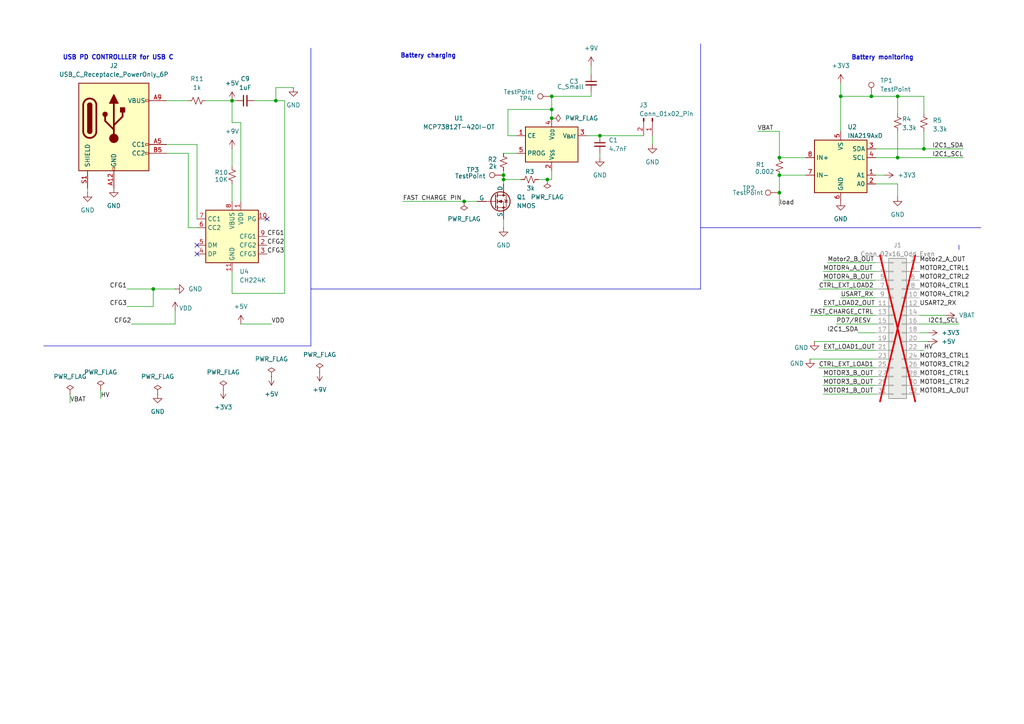
<source format=kicad_sch>
(kicad_sch (version 20250114) (generator "eeschema") (generator_version "9.0")
  (paper "A4")
  (lib_symbols
    (symbol "Battery_Management:MCP73812T-420I-OT"
      (property "Reference" "U" (at -6.35 6.35 0))
      (property "Value" "MCP73812T-420I-OT" (at 1.27 6.35 0))
      (symbol "MCP73812T-420I-OT_0_1"
        (rectangle (start -7.62 5.08) (end 7.62 -5.08) (stroke (width 0.254)) (fill (type background)))
      )
      (symbol "MCP73812T-420I-OT_1_1"
        (pin input line (at -10.16 2.54 0) (length 2.54) (name "CE") (number "1"))
        (pin input line (at -10.16 -2.54 0) (length 2.54) (name "PROG") (number "5"))
        (pin power_in line (at 0 7.62 270) (length 2.54) (name "V_{DD}") (number "4"))
        (pin power_in line (at 0 -7.62 90) (length 2.54) (name "V_{SS}") (number "2"))
        (pin power_out line (at 10.16 2.54 180) (length 2.54) (name "V_{BAT}") (number "3"))
      )
    )
    (symbol "Connector:Conn_01x02_Pin" (pin_names (offset 1.016) (hide yes))
      (property "Reference" "J" (at 0 2.54 0))
      (property "Value" "Conn_01x02_Pin" (at 0 -5.08 0))
      (symbol "Conn_01x02_Pin_1_1"
        (rectangle (start 0.8636 0.127) (end 0 -0.127) (stroke (width 0.1524)) (fill (type outline)))
        (rectangle (start 0.8636 -2.413) (end 0 -2.667) (stroke (width 0.1524)) (fill (type outline)))
        (polyline (pts (xy 1.27 0) (xy 0.8636 0)) (stroke (width 0.1524)))
        (polyline (pts (xy 1.27 -2.54) (xy 0.8636 -2.54)) (stroke (width 0.1524)))
        (pin passive line (at 5.08 0 180) (length 3.81) (name "Pin_1") (number "1"))
        (pin passive line (at 5.08 -2.54 180) (length 3.81) (name "Pin_2") (number "2"))
      )
    )
    (symbol "Connector:TestPoint" (pin_numbers (hide yes)) (pin_names (offset 0.762) (hide yes))
      (property "Reference" "TP" (at 0 6.858 0))
      (property "Value" "TestPoint" (at 0 5.08 0))
      (symbol "TestPoint_0_1"
        (circle (center 0 3.302) (radius 0.762))
      )
      (symbol "TestPoint_1_1"
        (pin passive line (at 0 0 90) (length 2.54) (name "1") (number "1"))
      )
    )
    (symbol "Connector:USB_C_Receptacle_PowerOnly_6P" (pin_names (offset 1.016))
      (property "Reference" "J" (at 0 16.51 0))
      (property "Value" "USB_C_Receptacle_PowerOnly_6P" (at 0 13.97 0))
      (symbol "USB_C_Receptacle_PowerOnly_6P_0_0"
        (rectangle (start -0.254 -12.7) (end 0.254 -11.684))
        (rectangle (start 10.16 7.874) (end 9.144 7.366))
        (rectangle (start 10.16 -4.826) (end 9.144 -5.334))
        (rectangle (start 10.16 -7.366) (end 9.144 -7.874))
      )
      (symbol "USB_C_Receptacle_PowerOnly_6P_0_1"
        (rectangle (start -10.16 12.7) (end 10.16 -12.7) (stroke (width 0.254)) (fill (type background)))
        (polyline (pts (xy -8.89 -1.27) (xy -8.89 6.35)) (stroke (width 0.508)))
        (rectangle (start -7.62 -1.27) (end -6.35 6.35) (stroke (width 0.254)) (fill (type outline)))
        (arc (start -7.62 6.35) (mid -6.985 6.9823) (end -6.35 6.35) (stroke (width 0.254)))
        (arc (start -7.62 6.35) (mid -6.985 6.9823) (end -6.35 6.35) (stroke (width 0.254)) (fill (type outline)))
        (arc (start -8.89 6.35) (mid -6.985 8.2467) (end -5.08 6.35) (stroke (width 0.508)))
        (arc (start -5.08 -1.27) (mid -6.985 -3.1667) (end -8.89 -1.27) (stroke (width 0.508)))
        (arc (start -6.35 -1.27) (mid -6.985 -1.9023) (end -7.62 -1.27) (stroke (width 0.254)))
        (arc (start -6.35 -1.27) (mid -6.985 -1.9023) (end -7.62 -1.27) (stroke (width 0.254)) (fill (type outline)))
        (polyline (pts (xy -5.08 6.35) (xy -5.08 -1.27)) (stroke (width 0.508)))
        (circle (center -2.54 3.683) (radius 0.635) (stroke (width 0.254)) (fill (type outline)))
        (polyline (pts (xy -1.27 6.858) (xy 0 9.398) (xy 1.27 6.858) (xy -1.27 6.858)) (stroke (width 0.254)) (fill (type outline)))
        (polyline (pts (xy 0 0.508) (xy 2.54 3.048) (xy 2.54 4.318)) (stroke (width 0.508)))
        (polyline (pts (xy 0 -0.762) (xy -2.54 1.778) (xy -2.54 3.048)) (stroke (width 0.508)))
        (polyline (pts (xy 0 -3.302) (xy 0 6.858)) (stroke (width 0.508)))
        (circle (center 0 -3.302) (radius 1.27) (fill (type outline)))
        (rectangle (start 1.905 4.318) (end 3.175 5.588) (stroke (width 0.254)) (fill (type outline)))
      )
      (symbol "USB_C_Receptacle_PowerOnly_6P_1_1"
        (pin passive line (at -7.62 -17.78 90) (length 5.08) (name "SHIELD") (number "S1"))
        (pin passive line (at 0 -17.78 90) (length 5.08) (name "GND") (number "A12"))
        (pin passive line (at 0 -17.78 90) (length 5.08) (hide yes) (name "GND") (number "B12"))
        (pin passive line (at 15.24 7.62 180) (length 5.08) (name "VBUS") (number "A9"))
        (pin passive line (at 15.24 7.62 180) (length 5.08) (hide yes) (name "VBUS") (number "B9"))
        (pin bidirectional line (at 15.24 -5.08 180) (length 5.08) (name "CC1") (number "A5"))
        (pin bidirectional line (at 15.24 -7.62 180) (length 5.08) (name "CC2") (number "B5"))
      )
    )
    (symbol "Connector_Generic:Conn_02x16_Odd_Even" (pin_names (offset 1.016) (hide yes))
      (property "Reference" "J" (at 1.27 20.32 0))
      (property "Value" "Conn_02x16_Odd_Even" (at 1.27 -22.86 0))
      (symbol "Conn_02x16_Odd_Even_1_1"
        (rectangle (start -1.27 19.05) (end 3.81 -21.59) (stroke (width 0.254)) (fill (type background)))
        (rectangle (start -1.27 17.907) (end 0 17.653) (stroke (width 0.1524)))
        (rectangle (start -1.27 15.367) (end 0 15.113) (stroke (width 0.1524)))
        (rectangle (start -1.27 12.827) (end 0 12.573) (stroke (width 0.1524)))
        (rectangle (start -1.27 10.287) (end 0 10.033) (stroke (width 0.1524)))
        (rectangle (start -1.27 7.747) (end 0 7.493) (stroke (width 0.1524)))
        (rectangle (start -1.27 5.207) (end 0 4.953) (stroke (width 0.1524)))
        (rectangle (start -1.27 2.667) (end 0 2.413) (stroke (width 0.1524)))
        (rectangle (start -1.27 0.127) (end 0 -0.127) (stroke (width 0.1524)))
        (rectangle (start -1.27 -2.413) (end 0 -2.667) (stroke (width 0.1524)))
        (rectangle (start -1.27 -4.953) (end 0 -5.207) (stroke (width 0.1524)))
        (rectangle (start -1.27 -7.493) (end 0 -7.747) (stroke (width 0.1524)))
        (rectangle (start -1.27 -10.033) (end 0 -10.287) (stroke (width 0.1524)))
        (rectangle (start -1.27 -12.573) (end 0 -12.827) (stroke (width 0.1524)))
        (rectangle (start -1.27 -15.113) (end 0 -15.367) (stroke (width 0.1524)))
        (rectangle (start -1.27 -17.653) (end 0 -17.907) (stroke (width 0.1524)))
        (rectangle (start -1.27 -20.193) (end 0 -20.447) (stroke (width 0.1524)))
        (rectangle (start 3.81 17.907) (end 2.54 17.653) (stroke (width 0.1524)))
        (rectangle (start 3.81 15.367) (end 2.54 15.113) (stroke (width 0.1524)))
        (rectangle (start 3.81 12.827) (end 2.54 12.573) (stroke (width 0.1524)))
        (rectangle (start 3.81 10.287) (end 2.54 10.033) (stroke (width 0.1524)))
        (rectangle (start 3.81 7.747) (end 2.54 7.493) (stroke (width 0.1524)))
        (rectangle (start 3.81 5.207) (end 2.54 4.953) (stroke (width 0.1524)))
        (rectangle (start 3.81 2.667) (end 2.54 2.413) (stroke (width 0.1524)))
        (rectangle (start 3.81 0.127) (end 2.54 -0.127) (stroke (width 0.1524)))
        (rectangle (start 3.81 -2.413) (end 2.54 -2.667) (stroke (width 0.1524)))
        (rectangle (start 3.81 -4.953) (end 2.54 -5.207) (stroke (width 0.1524)))
        (rectangle (start 3.81 -7.493) (end 2.54 -7.747) (stroke (width 0.1524)))
        (rectangle (start 3.81 -10.033) (end 2.54 -10.287) (stroke (width 0.1524)))
        (rectangle (start 3.81 -12.573) (end 2.54 -12.827) (stroke (width 0.1524)))
        (rectangle (start 3.81 -15.113) (end 2.54 -15.367) (stroke (width 0.1524)))
        (rectangle (start 3.81 -17.653) (end 2.54 -17.907) (stroke (width 0.1524)))
        (rectangle (start 3.81 -20.193) (end 2.54 -20.447) (stroke (width 0.1524)))
        (pin passive line (at -5.08 17.78 0) (length 3.81) (name "Pin_1") (number "1"))
        (pin passive line (at -5.08 15.24 0) (length 3.81) (name "Pin_3") (number "3"))
        (pin passive line (at -5.08 12.7 0) (length 3.81) (name "Pin_5") (number "5"))
        (pin passive line (at -5.08 10.16 0) (length 3.81) (name "Pin_7") (number "7"))
        (pin passive line (at -5.08 7.62 0) (length 3.81) (name "Pin_9") (number "9"))
        (pin passive line (at -5.08 5.08 0) (length 3.81) (name "Pin_11") (number "11"))
        (pin passive line (at -5.08 2.54 0) (length 3.81) (name "Pin_13") (number "13"))
        (pin passive line (at -5.08 0 0) (length 3.81) (name "Pin_15") (number "15"))
        (pin passive line (at -5.08 -2.54 0) (length 3.81) (name "Pin_17") (number "17"))
        (pin passive line (at -5.08 -5.08 0) (length 3.81) (name "Pin_19") (number "19"))
        (pin passive line (at -5.08 -7.62 0) (length 3.81) (name "Pin_21") (number "21"))
        (pin passive line (at -5.08 -10.16 0) (length 3.81) (name "Pin_23") (number "23"))
        (pin passive line (at -5.08 -12.7 0) (length 3.81) (name "Pin_25") (number "25"))
        (pin passive line (at -5.08 -15.24 0) (length 3.81) (name "Pin_27") (number "27"))
        (pin passive line (at -5.08 -17.78 0) (length 3.81) (name "Pin_29") (number "29"))
        (pin passive line (at -5.08 -20.32 0) (length 3.81) (name "Pin_31") (number "31"))
        (pin passive line (at 7.62 17.78 180) (length 3.81) (name "Pin_2") (number "2"))
        (pin passive line (at 7.62 15.24 180) (length 3.81) (name "Pin_4") (number "4"))
        (pin passive line (at 7.62 12.7 180) (length 3.81) (name "Pin_6") (number "6"))
        (pin passive line (at 7.62 10.16 180) (length 3.81) (name "Pin_8") (number "8"))
        (pin passive line (at 7.62 7.62 180) (length 3.81) (name "Pin_10") (number "10"))
        (pin passive line (at 7.62 5.08 180) (length 3.81) (name "Pin_12") (number "12"))
        (pin passive line (at 7.62 2.54 180) (length 3.81) (name "Pin_14") (number "14"))
        (pin passive line (at 7.62 0 180) (length 3.81) (name "Pin_16") (number "16"))
        (pin passive line (at 7.62 -2.54 180) (length 3.81) (name "Pin_18") (number "18"))
        (pin passive line (at 7.62 -5.08 180) (length 3.81) (name "Pin_20") (number "20"))
        (pin passive line (at 7.62 -7.62 180) (length 3.81) (name "Pin_22") (number "22"))
        (pin passive line (at 7.62 -10.16 180) (length 3.81) (name "Pin_24") (number "24"))
        (pin passive line (at 7.62 -12.7 180) (length 3.81) (name "Pin_26") (number "26"))
        (pin passive line (at 7.62 -15.24 180) (length 3.81) (name "Pin_28") (number "28"))
        (pin passive line (at 7.62 -17.78 180) (length 3.81) (name "Pin_30") (number "30"))
        (pin passive line (at 7.62 -20.32 180) (length 3.81) (name "Pin_32") (number "32"))
      )
    )
    (symbol "Device:C_Small" (pin_numbers (hide yes)) (pin_names (offset 0.254) (hide yes))
      (property "Reference" "C" (at 0.254 1.778 0))
      (property "Value" "C_Small" (at 0.254 -2.032 0))
      (symbol "C_Small_0_1"
        (polyline (pts (xy -1.524 0.508) (xy 1.524 0.508)) (stroke (width 0.3048)))
        (polyline (pts (xy -1.524 -0.508) (xy 1.524 -0.508)) (stroke (width 0.3302)))
      )
      (symbol "C_Small_1_1"
        (pin passive line (at 0 2.54 270) (length 2.032) (name "~") (number "1"))
        (pin passive line (at 0 -2.54 90) (length 2.032) (name "~") (number "2"))
      )
    )
    (symbol "Device:R_Small_US" (pin_numbers (hide yes)) (pin_names (offset 0.254) (hide yes))
      (property "Reference" "R" (at 0.762 0.508 0))
      (property "Value" "R_Small_US" (at 0.762 -1.016 0))
      (symbol "R_Small_US_1_1"
        (polyline (pts (xy 0 1.524) (xy 1.016 1.143) (xy 0 0.762) (xy -1.016 0.381) (xy 0 0)))
        (polyline (pts (xy 0 0) (xy 1.016 -0.381) (xy 0 -0.762) (xy -1.016 -1.143) (xy 0 -1.524)))
        (pin passive line (at 0 2.54 270) (length 1.016) (name "~") (number "1"))
        (pin passive line (at 0 -2.54 90) (length 1.016) (name "~") (number "2"))
      )
    )
    (symbol "GND_1" (power) (pin_numbers (hide yes)) (pin_names (offset 0) (hide yes))
      (property "Value" "GND" (at 0 -3.81 0))
      (symbol "GND_1_0_1"
        (polyline (pts (xy 0 0) (xy 0 -1.27) (xy 1.27 -1.27) (xy 0 -2.54) (xy -1.27 -1.27) (xy 0 -1.27)))
      )
      (symbol "GND_1_1_1"
        (pin power_in line (at 0 0 270) (length 0) (name "~") (number "1"))
      )
    )
    (symbol "GND_17" (power) (pin_numbers (hide yes)) (pin_names (offset 0) (hide yes))
      (property "Value" "GND" (at 0 -3.81 0))
      (symbol "GND_17_0_1"
        (polyline (pts (xy 0 0) (xy 0 -1.27) (xy 1.27 -1.27) (xy 0 -2.54) (xy -1.27 -1.27) (xy 0 -1.27)))
      )
      (symbol "GND_17_1_1"
        (pin power_in line (at 0 0 270) (length 0) (name "~") (number "1"))
      )
    )
    (symbol "GND_18" (power) (pin_numbers (hide yes)) (pin_names (offset 0) (hide yes))
      (property "Value" "GND" (at 0 -3.81 0))
      (symbol "GND_18_0_1"
        (polyline (pts (xy 0 0) (xy 0 -1.27) (xy 1.27 -1.27) (xy 0 -2.54) (xy -1.27 -1.27) (xy 0 -1.27)))
      )
      (symbol "GND_18_1_1"
        (pin power_in line (at 0 0 270) (length 0) (name "~") (number "1"))
      )
    )
    (symbol "GND_4" (power) (pin_numbers (hide yes)) (pin_names (offset 0) (hide yes))
      (property "Value" "GND" (at 0 -3.81 0))
      (symbol "GND_4_0_1"
        (polyline (pts (xy 0 0) (xy 0 -1.27) (xy 1.27 -1.27) (xy 0 -2.54) (xy -1.27 -1.27) (xy 0 -1.27)))
      )
      (symbol "GND_4_1_1"
        (pin power_in line (at 0 0 270) (length 0) (name "~") (number "1"))
      )
    )
    (symbol "GND_5" (power) (pin_numbers (hide yes)) (pin_names (offset 0) (hide yes))
      (property "Value" "GND" (at 0 -3.81 0))
      (symbol "GND_5_0_1"
        (polyline (pts (xy 0 0) (xy 0 -1.27) (xy 1.27 -1.27) (xy 0 -2.54) (xy -1.27 -1.27) (xy 0 -1.27)))
      )
      (symbol "GND_5_1_1"
        (pin power_in line (at 0 0 270) (length 0) (name "~") (number "1"))
      )
    )
    (symbol "GND_6" (power) (pin_numbers (hide yes)) (pin_names (offset 0) (hide yes))
      (property "Value" "GND" (at 0 -3.81 0))
      (symbol "GND_6_0_1"
        (polyline (pts (xy 0 0) (xy 0 -1.27) (xy 1.27 -1.27) (xy 0 -2.54) (xy -1.27 -1.27) (xy 0 -1.27)))
      )
      (symbol "GND_6_1_1"
        (pin power_in line (at 0 0 270) (length 0) (name "~") (number "1"))
      )
    )
    (symbol "Interface_USB:CH224K"
      (property "Reference" "U" (at -7.874 -8.89 0))
      (property "Value" "CH224K" (at 3.048 -8.89 0))
      (symbol "CH224K_1_1"
        (rectangle (start -7.62 7.62) (end 7.62 -7.62) (stroke (width 0.254)) (fill (type background)))
        (pin bidirectional line (at -10.16 5.08 0) (length 2.54) (name "CC1") (number "7"))
        (pin bidirectional line (at -10.16 2.54 0) (length 2.54) (name "CC2") (number "6"))
        (pin bidirectional line (at -10.16 -2.54 0) (length 2.54) (name "DM") (number "5"))
        (pin bidirectional line (at -10.16 -5.08 0) (length 2.54) (name "DP") (number "4"))
        (pin passive line (at 0 10.16 270) (length 2.54) (name "VBUS") (number "8"))
        (pin power_in line (at 0 -10.16 90) (length 2.54) (name "GND") (number "11"))
        (pin power_in line (at 2.54 10.16 270) (length 2.54) (name "VDD") (number "1"))
        (pin open_collector line (at 10.16 5.08 180) (length 2.54) (name "PG") (number "10"))
        (pin passive line (at 10.16 0 180) (length 2.54) (name "CFG1") (number "9"))
        (pin passive line (at 10.16 -2.54 180) (length 2.54) (name "CFG2") (number "2"))
        (pin passive line (at 10.16 -5.08 180) (length 2.54) (name "CFG3") (number "3"))
      )
    )
    (symbol "Sensor_Energy:INA219AxD"
      (property "Reference" "U" (at -6.35 8.89 0))
      (property "Value" "INA219AxD" (at 5.08 8.89 0))
      (symbol "INA219AxD_0_1"
        (rectangle (start -7.62 7.62) (end 7.62 -7.62) (stroke (width 0.254)) (fill (type background)))
      )
      (symbol "INA219AxD_1_1"
        (pin input line (at -10.16 2.54 0) (length 2.54) (name "IN+") (number "8"))
        (pin input line (at -10.16 -2.54 0) (length 2.54) (name "IN-") (number "7"))
        (pin power_in line (at 0 10.16 270) (length 2.54) (name "VS") (number "5"))
        (pin power_in line (at 0 -10.16 90) (length 2.54) (name "GND") (number "6"))
        (pin bidirectional line (at 10.16 5.08 180) (length 2.54) (name "SDA") (number "3"))
        (pin input line (at 10.16 2.54 180) (length 2.54) (name "SCL") (number "4"))
        (pin input line (at 10.16 -2.54 180) (length 2.54) (name "A1") (number "1"))
        (pin input line (at 10.16 -5.08 180) (length 2.54) (name "A0") (number "2"))
      )
    )
    (symbol "Simulation_SPICE:NMOS" (pin_numbers (hide yes)) (pin_names (offset 0))
      (property "Reference" "Q" (at 5.08 1.27 0))
      (property "Value" "NMOS" (at 5.08 -1.27 0))
      (symbol "NMOS_0_1"
        (polyline (pts (xy 0.254 1.905) (xy 0.254 -1.905)) (stroke (width 0.254)))
        (polyline (pts (xy 0.254 0) (xy -2.54 0)))
        (polyline (pts (xy 0.762 2.286) (xy 0.762 1.27)) (stroke (width 0.254)))
        (polyline (pts (xy 0.762 0.508) (xy 0.762 -0.508)) (stroke (width 0.254)))
        (polyline (pts (xy 0.762 -1.27) (xy 0.762 -2.286)) (stroke (width 0.254)))
        (polyline (pts (xy 0.762 -1.778) (xy 3.302 -1.778) (xy 3.302 1.778) (xy 0.762 1.778)))
        (polyline (pts (xy 1.016 0) (xy 2.032 0.381) (xy 2.032 -0.381) (xy 1.016 0)) (fill (type outline)))
        (circle (center 1.651 0) (radius 2.794) (stroke (width 0.254)))
        (polyline (pts (xy 2.54 2.54) (xy 2.54 1.778)))
        (circle (center 2.54 1.778) (radius 0.254) (fill (type outline)))
        (circle (center 2.54 -1.778) (radius 0.254) (fill (type outline)))
        (polyline (pts (xy 2.54 -2.54) (xy 2.54 0) (xy 0.762 0)))
        (polyline (pts (xy 2.794 0.508) (xy 2.921 0.381) (xy 3.683 0.381) (xy 3.81 0.254)))
        (polyline (pts (xy 3.302 0.381) (xy 2.921 -0.254) (xy 3.683 -0.254) (xy 3.302 0.381)))
      )
      (symbol "NMOS_1_1"
        (pin input line (at -5.08 0 0) (length 2.54) (name "G") (number "2"))
        (pin passive line (at 2.54 5.08 270) (length 2.54) (name "D") (number "1"))
        (pin passive line (at 2.54 -5.08 90) (length 2.54) (name "S") (number "3"))
      )
    )
    (symbol "power:+3V3" (power) (pin_numbers (hide yes)) (pin_names (offset 0) (hide yes))
      (property "Value" "+3V3" (at 0 3.556 0))
      (symbol "+3V3_0_1"
        (polyline (pts (xy -0.762 1.27) (xy 0 2.54)))
        (polyline (pts (xy 0 2.54) (xy 0.762 1.27)))
        (polyline (pts (xy 0 0) (xy 0 2.54)))
      )
      (symbol "+3V3_1_1"
        (pin power_in line (at 0 0 90) (length 0) (name "~") (number "1"))
      )
    )
    (symbol "power:+5V" (power) (pin_numbers (hide yes)) (pin_names (offset 0) (hide yes))
      (property "Value" "+5V" (at 0 3.556 0))
      (symbol "+5V_0_1"
        (polyline (pts (xy -0.762 1.27) (xy 0 2.54)))
        (polyline (pts (xy 0 2.54) (xy 0.762 1.27)))
        (polyline (pts (xy 0 0) (xy 0 2.54)))
      )
      (symbol "+5V_1_1"
        (pin power_in line (at 0 0 90) (length 0) (name "~") (number "1"))
      )
    )
    (symbol "power:+9V" (power) (pin_numbers (hide yes)) (pin_names (offset 0) (hide yes))
      (property "Value" "+9V" (at 0 3.556 0))
      (symbol "+9V_0_1"
        (polyline (pts (xy -0.762 1.27) (xy 0 2.54)))
        (polyline (pts (xy 0 2.54) (xy 0.762 1.27)))
        (polyline (pts (xy 0 0) (xy 0 2.54)))
      )
      (symbol "+9V_1_1"
        (pin power_in line (at 0 0 90) (length 0) (name "~") (number "1"))
      )
    )
    (symbol "power:+BATT" (power) (pin_numbers (hide yes)) (pin_names (offset 0) (hide yes))
      (property "Value" "+BATT" (at 0 3.556 0))
      (symbol "+BATT_0_1"
        (polyline (pts (xy -0.762 1.27) (xy 0 2.54)))
        (polyline (pts (xy 0 2.54) (xy 0.762 1.27)))
        (polyline (pts (xy 0 0) (xy 0 2.54)))
      )
      (symbol "+BATT_1_1"
        (pin power_in line (at 0 0 90) (length 0) (name "~") (number "1"))
      )
    )
    (symbol "power:GND" (power) (pin_numbers (hide yes)) (pin_names (offset 0) (hide yes))
      (property "Value" "GND" (at 0 -3.81 0))
      (symbol "GND_0_1"
        (polyline (pts (xy 0 0) (xy 0 -1.27) (xy 1.27 -1.27) (xy 0 -2.54) (xy -1.27 -1.27) (xy 0 -1.27)))
      )
      (symbol "GND_1_1"
        (pin power_in line (at 0 0 270) (length 0) (name "~") (number "1"))
      )
    )
    (symbol "power:PWR_FLAG" (power) (pin_numbers (hide yes)) (pin_names (offset 0) (hide yes))
      (property "Value" "PWR_FLAG" (at 0 3.81 0))
      (symbol "PWR_FLAG_0_0"
        (pin power_out line (at 0 0 90) (length 0) (name "~") (number "1"))
      )
      (symbol "PWR_FLAG_0_1"
        (polyline (pts (xy 0 0) (xy 0 1.27) (xy -1.016 1.905) (xy 0 2.54) (xy 1.016 1.905) (xy 0 1.27)))
      )
    )
    (symbol "power:VDD" (power) (pin_numbers (hide yes)) (pin_names (offset 0) (hide yes))
      (property "Value" "VDD" (at 0 3.556 0))
      (symbol "VDD_0_1"
        (polyline (pts (xy -0.762 1.27) (xy 0 2.54)))
        (polyline (pts (xy 0 2.54) (xy 0.762 1.27)))
        (polyline (pts (xy 0 0) (xy 0 2.54)))
      )
      (symbol "VDD_1_1"
        (pin power_in line (at 0 0 90) (length 0) (name "~") (number "1"))
      )
    )
  )
  (text "USB PD CONTROLLLER for USB C" (at 34.29 16.764 0) (effects (font (size 1.27 1.27) (thickness 0.254) (bold yes))))
  (text "Battery charging" (at 124.206 16.256 0) (effects (font (size 1.27 1.27) (thickness 0.254) (bold yes))))
  (text "Battery monitoring" (at 246.888 17.526 0) (effects (font (size 1.27 1.27) (thickness 0.254) (bold yes)) (justify left bottom)))
  (junction (at 260.35 45.72))
  (junction (at 158.75 52.07))
  (junction (at 134.62 58.42))
  (junction (at 160.02 31.75))
  (junction (at 80.01 29.21))
  (junction (at 226.06 45.72))
  (junction (at 160.02 34.29))
  (junction (at 243.84 27.94))
  (junction (at 267.97 43.18))
  (junction (at 146.05 50.8))
  (junction (at 67.31 29.21))
  (junction (at 226.06 55.88))
  (junction (at 160.02 27.94))
  (junction (at 146.05 52.07))
  (junction (at 173.99 39.37))
  (junction (at 44.45 83.82))
  (junction (at 252.73 27.94))
  (junction (at 260.35 27.94))
  (junction (at 226.06 50.8))
  (no_connect (at 77.47 63.5))
  (no_connect (at 57.15 73.66))
  (no_connect (at 57.15 71.12))
  (wire (pts (xy 238.76 78.74) (xy 254 78.74)))
  (wire (pts (xy 242.57 93.98) (xy 254 93.98)))
  (wire (pts (xy 237.49 83.82) (xy 254 83.82)))
  (polyline (pts (xy 203.2 83.82) (xy 203.2 66.04)))
  (wire (pts (xy 266.7 93.98) (xy 278.13 93.98)))
  (wire (pts (xy 243.84 27.94) (xy 252.73 27.94)))
  (wire (pts (xy 147.32 31.75) (xy 147.32 39.37)))
  (wire (pts (xy 116.84 58.42) (xy 134.62 58.42)))
  (wire (pts (xy 173.99 44.45) (xy 173.99 45.72)))
  (wire (pts (xy 54.61 44.45) (xy 54.61 66.04)))
  (wire (pts (xy 240.03 76.2) (xy 254 76.2)))
  (wire (pts (xy 67.31 53.34) (xy 67.31 58.42)))
  (wire (pts (xy 146.05 52.07) (xy 151.13 52.07)))
  (wire (pts (xy 160.02 27.94) (xy 171.45 27.94)))
  (wire (pts (xy 69.85 35.56) (xy 69.85 58.42)))
  (wire (pts (xy 260.35 45.72) (xy 279.4 45.72)))
  (wire (pts (xy 266.7 101.6) (xy 267.97 101.6)))
  (wire (pts (xy 67.31 29.21) (xy 68.58 29.21)))
  (wire (pts (xy 25.4 54.61) (xy 25.4 55.88)))
  (wire (pts (xy 44.45 83.82) (xy 50.8 83.82)))
  (wire (pts (xy 254 53.34) (xy 260.35 53.34)))
  (wire (pts (xy 219.71 38.1) (xy 226.06 38.1)))
  (wire (pts (xy 44.45 83.82) (xy 44.45 88.9)))
  (wire (pts (xy 234.95 91.44) (xy 254 91.44)))
  (wire (pts (xy 69.85 93.98) (xy 78.74 93.98)))
  (wire (pts (xy 160.02 31.75) (xy 160.02 34.29)))
  (wire (pts (xy 48.26 44.45) (xy 54.61 44.45)))
  (wire (pts (xy 243.84 24.13) (xy 243.84 27.94)))
  (polyline (pts (xy 203.2 12.7) (xy 203.2 66.04)))
  (wire (pts (xy 260.35 53.34) (xy 260.35 57.15)))
  (wire (pts (xy 267.97 27.94) (xy 267.97 33.02)))
  (wire (pts (xy 238.76 111.76) (xy 254 111.76)))
  (wire (pts (xy 146.05 63.5) (xy 146.05 66.04)))
  (wire (pts (xy 146.05 52.07) (xy 146.05 53.34)))
  (wire (pts (xy 234.95 104.14) (xy 254 104.14)))
  (wire (pts (xy 226.06 45.72) (xy 233.68 45.72)))
  (wire (pts (xy 238.76 109.22) (xy 254 109.22)))
  (wire (pts (xy 237.49 106.68) (xy 254 106.68)))
  (polyline (pts (xy 90.17 13.97) (xy 90.17 100.33)))
  (wire (pts (xy 254 50.8) (xy 256.54 50.8)))
  (wire (pts (xy 248.92 96.52) (xy 254 96.52)))
  (wire (pts (xy 67.31 85.09) (xy 67.31 78.74)))
  (polyline (pts (xy 278.13 71.12) (xy 278.13 72.39)))
  (wire (pts (xy 29.21 113.03) (xy 29.21 115.57)))
  (wire (pts (xy 48.26 29.21) (xy 54.61 29.21)))
  (wire (pts (xy 36.83 88.9) (xy 44.45 88.9)))
  (wire (pts (xy 189.23 41.91) (xy 189.23 39.37)))
  (wire (pts (xy 226.06 55.88) (xy 226.06 59.69)))
  (wire (pts (xy 267.97 43.18) (xy 279.4 43.18)))
  (wire (pts (xy 38.1 93.98) (xy 50.8 93.98)))
  (wire (pts (xy 67.31 29.21) (xy 67.31 35.56)))
  (wire (pts (xy 266.7 91.44) (xy 274.32 91.44)))
  (wire (pts (xy 160.02 31.75) (xy 147.32 31.75)))
  (wire (pts (xy 267.97 38.1) (xy 267.97 43.18)))
  (wire (pts (xy 158.75 52.07) (xy 160.02 52.07)))
  (wire (pts (xy 156.21 52.07) (xy 158.75 52.07)))
  (wire (pts (xy 254 43.18) (xy 267.97 43.18)))
  (wire (pts (xy 48.26 41.91) (xy 57.15 41.91)))
  (wire (pts (xy 80.01 25.4) (xy 80.01 29.21)))
  (wire (pts (xy 67.31 43.18) (xy 67.31 48.26)))
  (wire (pts (xy 160.02 27.94) (xy 160.02 31.75)))
  (wire (pts (xy 173.99 39.37) (xy 186.69 39.37)))
  (wire (pts (xy 67.31 35.56) (xy 69.85 35.56)))
  (wire (pts (xy 266.7 99.06) (xy 269.24 99.06)))
  (wire (pts (xy 160.02 49.53) (xy 160.02 52.07)))
  (wire (pts (xy 54.61 66.04) (xy 57.15 66.04)))
  (wire (pts (xy 73.66 29.21) (xy 80.01 29.21)))
  (wire (pts (xy 59.69 29.21) (xy 67.31 29.21)))
  (wire (pts (xy 82.55 85.09) (xy 67.31 85.09)))
  (wire (pts (xy 20.32 116.84) (xy 20.32 114.3)))
  (wire (pts (xy 260.35 38.1) (xy 260.35 45.72)))
  (wire (pts (xy 266.7 96.52) (xy 269.24 96.52)))
  (wire (pts (xy 238.76 101.6) (xy 254 101.6)))
  (wire (pts (xy 50.8 90.17) (xy 50.8 93.98)))
  (wire (pts (xy 226.06 50.8) (xy 226.06 55.88)))
  (wire (pts (xy 36.83 83.82) (xy 44.45 83.82)))
  (wire (pts (xy 146.05 44.45) (xy 149.86 44.45)))
  (wire (pts (xy 238.76 81.28) (xy 254 81.28)))
  (wire (pts (xy 170.18 39.37) (xy 173.99 39.37)))
  (wire (pts (xy 254 45.72) (xy 260.35 45.72)))
  (wire (pts (xy 243.84 86.36) (xy 254 86.36)))
  (polyline (pts (xy 12.7 100.33) (xy 90.17 100.33)))
  (wire (pts (xy 243.84 27.94) (xy 243.84 38.1)))
  (polyline (pts (xy 203.2 66.04) (xy 284.48 66.04)))
  (wire (pts (xy 252.73 27.94) (xy 260.35 27.94)))
  (wire (pts (xy 238.76 114.3) (xy 254 114.3)))
  (wire (pts (xy 57.15 41.91) (xy 57.15 63.5)))
  (wire (pts (xy 236.22 99.06) (xy 254 99.06)))
  (polyline (pts (xy 90.17 83.82) (xy 203.2 83.82)))
  (wire (pts (xy 146.05 49.53) (xy 146.05 50.8)))
  (wire (pts (xy 82.55 29.21) (xy 82.55 85.09)))
  (wire (pts (xy 147.32 39.37) (xy 149.86 39.37)))
  (wire (pts (xy 238.76 88.9) (xy 254 88.9)))
  (wire (pts (xy 80.01 25.4) (xy 85.09 25.4)))
  (wire (pts (xy 171.45 26.67) (xy 171.45 27.94)))
  (wire (pts (xy 226.06 38.1) (xy 226.06 45.72)))
  (wire (pts (xy 146.05 50.8) (xy 146.05 52.07)))
  (wire (pts (xy 260.35 27.94) (xy 267.97 27.94)))
  (wire (pts (xy 260.35 27.94) (xy 260.35 33.02)))
  (wire (pts (xy 134.62 58.42) (xy 138.43 58.42)))
  (wire (pts (xy 80.01 29.21) (xy 82.55 29.21)))
  (wire (pts (xy 171.45 19.05) (xy 171.45 21.59)))
  (wire (pts (xy 226.06 50.8) (xy 233.68 50.8)))
  (label "I2C1_SCL" (at 278.13 93.98 180))
  (label "FAST CHARGE PIN" (at 116.84 58.42 0))
  (label "CFG1" (at 77.47 68.58 0))
  (label "MOTOR3_CTRL2" (at 266.7 106.68 0))
  (label "MOTOR1_CTRL1" (at 266.7 109.22 0))
  (label "CFG3" (at 77.47 73.66 0))
  (label "HV" (at 267.97 101.6 0))
  (label "CFG2" (at 77.47 71.12 0))
  (label "MOTOR4_CTRL1" (at 266.7 83.82 0))
  (label "Motor2_A_OUT" (at 266.7 76.2 0))
  (label "I2C1_SDA" (at 279.4 43.18 180))
  (label "MOTOR3_CTRL1" (at 266.7 104.14 0))
  (label "EXT_LOAD2_OUT" (at 238.76 88.9 0))
  (label "Motor2_B_OUT" (at 240.03 76.2 0))
  (label "MOTOR4_A_OUT" (at 238.76 78.74 0))
  (label "CTRL_EXT_LOAD1" (at 237.49 106.68 0))
  (label "CFG1" (at 36.83 83.82 180))
  (label "EXT_LOAD1_OUT" (at 238.76 101.6 0))
  (label "VBAT" (at 20.32 116.84 0))
  (label "MOTOR3_B_OUT" (at 238.76 111.76 0))
  (label "VDD" (at 78.74 93.98 0))
  (label "MOTOR3_B_OUT" (at 238.76 109.22 0))
  (label "USART2_RX" (at 266.7 88.9 0))
  (label "MOTOR4_CTRL2" (at 266.7 86.36 0))
  (label "MOTOR4_B_OUT" (at 238.76 81.28 0))
  (label "load" (at 226.06 59.69 0))
  (label "I2C1_SDA" (at 248.92 96.52 180))
  (label "CFG3" (at 36.83 88.9 180))
  (label "USART_RX" (at 243.84 86.36 0))
  (label "CTRL_EXT_LOAD2" (at 237.49 83.82 0))
  (label "CFG2" (at 38.1 93.98 180))
  (label "MOTOR2_CTRL2" (at 266.7 81.28 0))
  (label "I2C1_SCL" (at 279.4 45.72 180))
  (label "MOTOR1_CTRL2" (at 266.7 111.76 0))
  (label "MOTOR1_A_OUT" (at 266.7 114.3 0))
  (label "MOTOR1_B_OUT" (at 238.76 114.3 0))
  (label "MOTOR2_CTRL1" (at 266.7 78.74 0))
  (label "VBAT" (at 219.71 38.1 0))
  (label "PD7{slash}RESV" (at 242.57 93.98 0))
  (label "FAST_CHARGE_CTRL" (at 234.95 91.44 0))
  (label "HV" (at 29.21 115.57 0))
  (symbol (lib_id "power:GND") (at 189.23 41.91 0) (unit 1)
    (property "Reference" "#PWR010" (effects (hide yes)))
    (property "Value" "GND" (at 189.23 46.99 0))
    (property "Description" "Power symbol creates a global label with name \"GND\" , ground" (effects (hide yes)))
  )
  (symbol (lib_id "power:VDD") (at 50.8 90.17 0) (unit 1)
    (property "Reference" "#PWR019" (effects (hide yes)))
    (property "Value" "VDD" (at 53.848 89.408 0))
    (property "Description" "Power symbol creates a global label with name \"VDD\"" (effects (hide yes)))
  )
  (symbol (lib_id "power:+3V3") (at 69.85 93.98 0) (unit 1)
    (property "Reference" "#PWR03" (effects (hide yes)))
    (property "Value" "+5V" (at 69.85 88.9 0))
    (property "Description" "Power symbol creates a global label with name \"+3V3\"" (effects (hide yes)))
  )
  (symbol (lib_id "power:PWR_FLAG") (at 160.02 34.29 270) (unit 1)
    (property "Reference" "#FLG03" (effects (hide yes)))
    (property "Value" "PWR_FLAG" (at 163.83 34.2899 90) (effects (justify left)))
    (property "Description" "Special symbol for telling ERC where power comes from" (effects (hide yes)))
  )
  (symbol (lib_name "GND_4") (lib_id "power:GND") (at 50.8 83.82 90) (unit 1)
    (property "Reference" "#PWR018" (effects (hide yes)))
    (property "Value" "GND" (at 54.61 83.8199 90) (effects (justify right)))
    (property "Description" "Power symbol creates a global label with name \"GND\" , ground" (effects (hide yes)))
  )
  (symbol (lib_id "power:PWR_FLAG") (at 78.74 109.22 0) (unit 1)
    (property "Reference" "#FLG07" (effects (hide yes)))
    (property "Value" "PWR_FLAG" (at 78.74 104.14 0))
    (property "Description" "Special symbol for telling ERC where power comes from" (effects (hide yes)))
  )
  (symbol (lib_id "Connector:Conn_01x02_Pin") (at 189.23 34.29 270) (unit 1)
    (property "Reference" "J3" (at 185.42 30.48 90) (effects (justify left)))
    (property "Value" "Conn_01x02_Pin" (at 185.42 33.02 90) (effects (justify left)))
    (property "Description" "Generic connector, single row, 01x02, script generated" (effects (hide yes)))
  )
  (symbol (lib_id "Connector:USB_C_Receptacle_PowerOnly_6P") (at 33.02 36.83 0) (unit 1)
    (property "Reference" "J2" (at 33.02 19.05 0))
    (property "Value" "USB_C_Receptacle_PowerOnly_6P" (at 33.02 21.59 0))
    (property "Datasheet" "https://www.usb.org/sites/default/files/documents/usb_type-c.zip" (effects (hide yes)))
    (property "Description" "USB Power-Only 6P Type-C Receptacle connector" (effects (hide yes)))
  )
  (symbol (lib_id "Device:C_Small") (at 173.99 41.91 0) (unit 1)
    (property "Reference" "C1" (at 176.53 40.6462 0) (effects (justify left)))
    (property "Value" "4.7nF" (at 176.53 43.1862 0) (effects (justify left)))
    (property "Description" "Unpolarized capacitor, small symbol" (effects (hide yes)))
  )
  (symbol (lib_id "Connector:TestPoint") (at 252.73 27.94 0) (unit 1)
    (property "Reference" "TP1" (at 255.27 23.3679 0) (effects (justify left)))
    (property "Value" "TestPoint" (at 255.27 25.9079 0) (effects (justify left)))
    (property "Description" "test point" (effects (hide yes)))
  )
  (symbol (lib_name "GND_5") (lib_id "power:GND") (at 236.22 99.06 0) (unit 1)
    (property "Reference" "#PWR022" (effects (hide yes)))
    (property "Value" "GND" (at 232.41 100.838 0))
    (property "Description" "Power symbol creates a global label with name \"GND\" , ground" (effects (hide yes)))
  )
  (symbol (lib_id "Interface_USB:CH224K") (at 67.31 68.58 0) (unit 1)
    (property "Reference" "U4" (at 69.4533 78.74 0) (effects (justify left)))
    (property "Value" "CH224K" (at 69.4533 81.28 0) (effects (justify left)))
    (property "Footprint" "Package_SO:SSOP-10-1EP_3.9x4.9mm_P1mm_EP2.1x3.3mm" (effects (hide yes)))
    (property "Datasheet" "kicad-embed://C970725.pdf" (effects (hide yes)))
    (property "Description" "100W USB Type-C PD3.0/2.0, BC1.2 Sink Controller, SSOP-10" (effects (hide yes)))
    (property "LCSC" "C970725" (effects (hide yes)))
  )
  (symbol (lib_name "GND_17") (lib_id "power:GND") (at 243.84 58.42 0) (unit 1)
    (property "Reference" "#PWR02" (effects (hide yes)))
    (property "Value" "GND" (at 243.84 63.5 0))
    (property "Description" "Power symbol creates a global label with name \"GND\" , ground" (effects (hide yes)))
  )
  (symbol (lib_id "power:+3V3") (at 269.24 96.52 270) (unit 1)
    (property "Reference" "#PWR020" (effects (hide yes)))
    (property "Value" "+3V3" (at 273.05 96.5199 90) (effects (justify left)))
    (property "Description" "Power symbol creates a global label with name \"+3V3\"" (effects (hide yes)))
  )
  (symbol (lib_id "Simulation_SPICE:NMOS") (at 143.51 58.42 0) (unit 1)
    (property "Reference" "Q1" (at 149.86 57.1499 0) (effects (justify left)))
    (property "Value" "NMOS" (at 149.86 59.6899 0) (effects (justify left)))
    (property "Datasheet" "https://ngspice.sourceforge.io/docs/ngspice-html-manual/manual.xhtml#cha_MOSFETs" (effects (hide yes)))
    (property "Description" "N-MOSFET transistor, drain/source/gate" (effects (hide yes)))
    (property "Sim.Device" "NMOS" (effects (hide yes)))
    (property "Sim.Type" "VDMOS" (effects (hide yes)))
    (property "Sim.Pins" "1=D 2=G 3=S" (effects (hide yes)))
  )
  (symbol (lib_id "power:+3V3") (at 256.54 50.8 270) (unit 1)
    (property "Reference" "#PWR025" (effects (hide yes)))
    (property "Value" "+3V3" (at 260.35 50.7999 90) (effects (justify left)))
    (property "Description" "Power symbol creates a global label with name \"+3V3\"" (effects (hide yes)))
  )
  (symbol (lib_id "Device:R_Small_US") (at 67.31 50.8 0) (unit 1)
    (property "Reference" "R10" (at 62.23 50.038 0) (effects (justify left)))
    (property "Value" "10K" (at 62.23 52.07 0) (effects (justify left)))
    (property "Description" "Resistor, small US symbol" (effects (hide yes)))
  )
  (symbol (lib_id "power:+3V3") (at 243.84 24.13 0) (unit 1)
    (property "Reference" "#PWR024" (effects (hide yes)))
    (property "Value" "+3V3" (at 243.84 19.05 0))
    (property "Description" "Power symbol creates a global label with name \"+3V3\"" (effects (hide yes)))
  )
  (symbol (lib_id "power:PWR_FLAG") (at 20.32 114.3 0) (unit 1)
    (property "Reference" "#FLG08" (effects (hide yes)))
    (property "Value" "PWR_FLAG" (at 20.32 109.22 0))
    (property "Description" "Special symbol for telling ERC where power comes from" (effects (hide yes)))
  )
  (symbol (lib_id "power:GND") (at 33.02 54.61 0) (unit 1)
    (property "Reference" "#PWR05" (effects (hide yes)))
    (property "Value" "GND" (at 33.02 59.69 0))
    (property "Description" "Power symbol creates a global label with name \"GND\" , ground" (effects (hide yes)))
  )
  (symbol (lib_id "power:PWR_FLAG") (at 64.77 113.03 0) (unit 1)
    (property "Reference" "#FLG05" (effects (hide yes)))
    (property "Value" "PWR_FLAG" (at 64.77 107.95 0))
    (property "Description" "Special symbol for telling ERC where power comes from" (effects (hide yes)))
  )
  (symbol (lib_name "GND_6") (lib_id "power:GND") (at 234.95 104.14 0) (unit 1)
    (property "Reference" "#PWR023" (effects (hide yes)))
    (property "Value" "GND" (at 231.14 105.41 0))
    (property "Description" "Power symbol creates a global label with name \"GND\" , ground" (effects (hide yes)))
  )
  (symbol (lib_id "power:GND") (at 25.4 55.88 0) (unit 1)
    (property "Reference" "#PWR06" (effects (hide yes)))
    (property "Value" "GND" (at 25.4 60.96 0))
    (property "Description" "Power symbol creates a global label with name \"GND\" , ground" (effects (hide yes)))
  )
  (symbol (lib_id "power:PWR_FLAG") (at 92.71 107.95 0) (unit 1)
    (property "Reference" "#FLG09" (effects (hide yes)))
    (property "Value" "PWR_FLAG" (at 92.71 102.87 0))
    (property "Description" "Special symbol for telling ERC where power comes from" (effects (hide yes)))
  )
  (symbol (lib_id "power:+5V") (at 269.24 99.06 270) (unit 1)
    (property "Reference" "#PWR012" (effects (hide yes)))
    (property "Value" "+5V" (at 273.05 99.0599 90) (effects (justify left)))
    (property "Description" "Power symbol creates a global label with name \"+5V\"" (effects (hide yes)))
  )
  (symbol (lib_id "Connector:TestPoint") (at 226.06 55.88 90) (unit 1)
    (property "Reference" "TP2" (at 217.17 54.61 90))
    (property "Value" "TestPoint" (at 216.916 55.88 90))
    (property "Description" "test point" (effects (hide yes)))
  )
  (symbol (lib_name "GND_18") (lib_id "power:GND") (at 260.35 57.15 0) (unit 1)
    (property "Reference" "#PWR04" (effects (hide yes)))
    (property "Value" "GND" (at 260.35 62.23 0))
    (property "Description" "Power symbol creates a global label with name \"GND\" , ground" (effects (hide yes)))
  )
  (symbol (lib_id "power:GND") (at 45.72 114.3 0) (unit 1)
    (property "Reference" "#PWR014" (effects (hide yes)))
    (property "Value" "GND" (at 45.72 119.38 0))
    (property "Description" "Power symbol creates a global label with name \"GND\" , ground" (effects (hide yes)))
  )
  (symbol (lib_id "Device:R_Small_US") (at 146.05 46.99 0) (unit 1)
    (property "Reference" "R2" (at 141.478 46.228 0) (effects (justify left)))
    (property "Value" "2k" (at 141.732 48.26 0) (effects (justify left)))
    (property "Description" "Resistor, small US symbol" (effects (hide yes)))
  )
  (symbol (lib_id "power:+9V") (at 92.71 107.95 180) (unit 1)
    (property "Reference" "#PWR034" (effects (hide yes)))
    (property "Value" "+9V" (at 92.71 113.03 0))
    (property "Description" "Power symbol creates a global label with name \"+9V\"" (effects (hide yes)))
  )
  (symbol (lib_id "power:+3V3") (at 64.77 113.03 180) (unit 1)
    (property "Reference" "#PWR013" (effects (hide yes)))
    (property "Value" "+3V3" (at 64.77 118.11 0))
    (property "Description" "Power symbol creates a global label with name \"+3V3\"" (effects (hide yes)))
  )
  (symbol (lib_id "power:PWR_FLAG") (at 134.62 58.42 180) (unit 1)
    (property "Reference" "#FLG01" (effects (hide yes)))
    (property "Value" "PWR_FLAG" (at 134.62 63.5 0))
    (property "Description" "Special symbol for telling ERC where power comes from" (effects (hide yes)))
  )
  (symbol (lib_id "Device:C_Small") (at 71.12 29.21 90) (unit 1)
    (property "Reference" "C9" (at 71.1263 22.86 90))
    (property "Value" "1uF" (at 71.1263 25.4 90))
    (property "Description" "Unpolarized capacitor, small symbol" (effects (hide yes)))
  )
  (symbol (lib_id "Device:R_Small_US") (at 153.67 52.07 90) (unit 1)
    (property "Reference" "R3" (at 153.67 49.784 90))
    (property "Value" "3k" (at 153.924 54.61 90))
    (property "Description" "Resistor, small US symbol" (effects (hide yes)))
  )
  (symbol (lib_id "Battery_Management:MCP73812T-420I-OT") (at 160.02 41.91 0) (unit 1)
    (property "Reference" "U1" (at 133.096 34.29 0))
    (property "Value" "MCP73812T-420I-OT" (at 133.096 36.83 0))
    (property "Footprint" "Package_TO_SOT_SMD:SOT-23-5" (effects (hide yes)))
    (property "Datasheet" "http://ww1.microchip.com/downloads/en/DeviceDoc/22036b.pdf" (effects (hide yes)))
    (property "Description" "Simple, Miniature Single-Cell, Fully Integrated Li-Ion / Li-Polymer Charge Management Controllers, 50mA-500mA, 4.2V, SOT23-5" (effects (hide yes)))
  )
  (symbol (lib_id "Device:R_Small_US") (at 226.06 48.26 0) (unit 1)
    (property "Reference" "R1" (at 219.202 47.752 0) (effects (justify left)))
    (property "Value" "0.002" (at 218.948 49.784 0) (effects (justify left)))
    (property "Description" "Resistor, small US symbol" (effects (hide yes)))
  )
  (symbol (lib_id "power:GND") (at 173.99 45.72 0) (unit 1)
    (property "Reference" "#PWR08" (effects (hide yes)))
    (property "Value" "GND" (at 173.99 50.8 0))
    (property "Description" "Power symbol creates a global label with name \"GND\" , ground" (effects (hide yes)))
  )
  (symbol (lib_id "Connector_Generic:Conn_02x16_Odd_Even") (at 259.08 93.98 0) (unit 1) (dnp yes)
    (property "Reference" "J1" (at 260.35 71.12 0))
    (property "Value" "Conn_02x16_Odd_Even" (at 260.35 73.66 0))
  )
  (symbol (lib_id "Device:R_Small_US") (at 260.35 35.56 0) (unit 1)
    (property "Reference" "R4" (at 261.62 34.544 0) (effects (justify left)))
    (property "Value" "3.3k" (at 261.62 37.084 0) (effects (justify left)))
  )
  (symbol (lib_id "power:+9V") (at 67.31 43.18 0) (unit 1)
    (property "Reference" "#PWR031" (effects (hide yes)))
    (property "Value" "+9V" (at 67.31 38.1 0))
    (property "Description" "Power symbol creates a global label with name \"+9V\"" (effects (hide yes)))
  )
  (symbol (lib_id "power:PWR_FLAG") (at 45.72 114.3 0) (unit 1)
    (property "Reference" "#FLG04" (effects (hide yes)))
    (property "Value" "PWR_FLAG" (at 45.72 109.22 0))
    (property "Description" "Special symbol for telling ERC where power comes from" (effects (hide yes)))
  )
  (symbol (lib_id "power:PWR_FLAG") (at 29.21 113.03 0) (unit 1)
    (property "Reference" "#FLG06" (effects (hide yes)))
    (property "Value" "PWR_FLAG" (at 29.21 107.95 0))
    (property "Description" "Special symbol for telling ERC where power comes from" (effects (hide yes)))
  )
  (symbol (lib_id "power:+5V") (at 78.74 109.22 180) (unit 1)
    (property "Reference" "#PWR01" (effects (hide yes)))
    (property "Value" "+5V" (at 78.74 114.3 0))
    (property "Description" "Power symbol creates a global label with name \"+5V\"" (effects (hide yes)))
  )
  (symbol (lib_id "power:PWR_FLAG") (at 158.75 52.07 180) (unit 1)
    (property "Reference" "#FLG02" (effects (hide yes)))
    (property "Value" "PWR_FLAG" (at 158.75 57.15 0))
    (property "Description" "Special symbol for telling ERC where power comes from" (effects (hide yes)))
  )
  (symbol (lib_id "power:GND") (at 146.05 66.04 0) (unit 1)
    (property "Reference" "#PWR09" (effects (hide yes)))
    (property "Value" "GND" (at 146.05 71.12 0))
    (property "Description" "Power symbol creates a global label with name \"GND\" , ground" (effects (hide yes)))
  )
  (symbol (lib_id "Device:R_Small_US") (at 57.15 29.21 90) (unit 1)
    (property "Reference" "R11" (at 57.15 22.86 90))
    (property "Value" "1k" (at 57.15 25.4 90))
    (property "Description" "Resistor, small US symbol" (effects (hide yes)))
  )
  (symbol (lib_id "Device:R_Small_US") (at 267.97 35.56 0) (unit 1)
    (property "Reference" "R5" (at 270.51 34.925 0) (effects (justify left)))
    (property "Value" "3.3k" (at 270.51 37.465 0) (effects (justify left)))
  )
  (symbol (lib_id "Connector:TestPoint") (at 146.05 50.8 90) (unit 1)
    (property "Reference" "TP3" (at 137.16 49.276 90))
    (property "Value" "TestPoint" (at 136.398 51.054 90))
    (property "Description" "test point" (effects (hide yes)))
  )
  (symbol (lib_id "power:+BATT") (at 274.32 91.44 270) (unit 1)
    (property "Reference" "#PWR011" (effects (hide yes)))
    (property "Value" "VBAT" (at 278.13 91.4399 90) (effects (justify left)))
    (property "Description" "Power symbol creates a global label with name \"+BATT\"" (effects (hide yes)))
  )
  (symbol (lib_id "power:+5V") (at 67.31 29.21 0) (unit 1)
    (property "Reference" "#PWR032" (effects (hide yes)))
    (property "Value" "+5V" (at 67.31 24.13 0))
    (property "Description" "Power symbol creates a global label with name \"+5V\"" (effects (hide yes)))
  )
  (symbol (lib_name "GND_1") (lib_id "power:GND") (at 85.09 25.4 0) (unit 1)
    (property "Reference" "#PWR015" (effects (hide yes)))
    (property "Value" "GND" (at 85.09 30.48 0))
    (property "Description" "Power symbol creates a global label with name \"GND\" , ground" (effects (hide yes)))
  )
  (symbol (lib_id "Device:C_Small") (at 171.45 24.13 0) (unit 1)
    (property "Reference" "C3" (at 165.1 23.622 0) (effects (justify left)))
    (property "Value" "C_Small" (at 161.544 25.146 0) (effects (justify left)))
    (property "Description" "Unpolarized capacitor, small symbol" (effects (hide yes)))
  )
  (symbol (lib_id "power:+9V") (at 171.45 19.05 0) (unit 1)
    (property "Reference" "#PWR07" (effects (hide yes)))
    (property "Value" "+9V" (at 171.45 13.97 0))
    (property "Description" "Power symbol creates a global label with name \"+9V\"" (effects (hide yes)))
  )
  (symbol (lib_id "Sensor_Energy:INA219AxD") (at 243.84 48.26 0) (unit 1)
    (property "Reference" "U2" (at 245.7959 36.83 0) (effects (justify left)))
    (property "Value" "INA219AxD" (at 245.7959 39.37 0) (effects (justify left)))
    (property "Footprint" "Package_SO:SOIC-8_3.9x4.9mm_P1.27mm" (effects (hide yes)))
    (property "Datasheet" "http://www.ti.com/lit/ds/symlink/ina219.pdf" (effects (hide yes)))
    (property "LCSC" "C138706" (effects (hide yes)))
  )
  (symbol (lib_id "Connector:TestPoint") (at 160.02 27.94 90) (unit 1)
    (property "Reference" "TP4" (at 154.305 28.5751 90) (effects (justify left)))
    (property "Value" "TestPoint" (at 154.94 26.6701 90) (effects (justify left)))
    (property "Description" "test point" (effects (hide yes)))
  )
)
</source>
